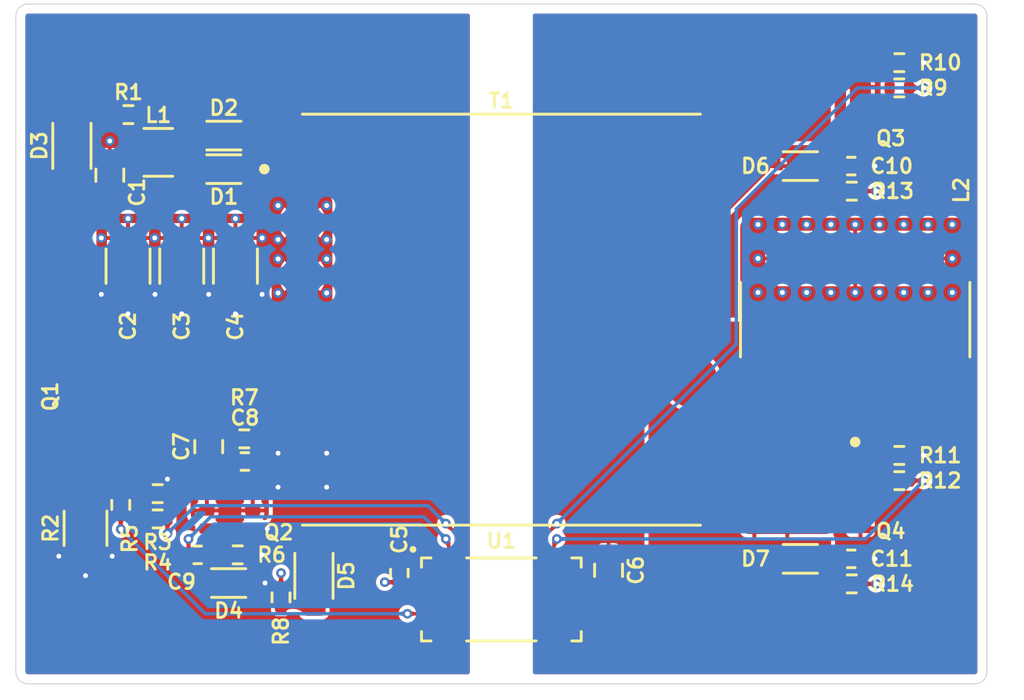
<source format=kicad_pcb>
(kicad_pcb (version 20241229) (generator "pcbnew") (generator_version "9.0")
  (layers (0 "F.Cu" signal) (4 "In1.Cu" power) (6 "In2.Cu" power) (2 "B.Cu" signal) (13 "F.Paste" user) (15 "B.Paste" user) (5 "F.SilkS" user "F.Silkscreen") (7 "B.SilkS" user "B.Silkscreen") (1 "F.Mask" user) (3 "B.Mask" user) (25 "Edge.Cuts" user))
  (net 0 "")
  (net 1 "Net-(Q4-D)")
  (net 2 "Net-(D1-Pad1)")
  (net 5 "/VIN")
  (net 7 "Net-(D1-Pad2)")
  (net 16 "/VERG2")
  (net 21 "/VREG1")
  (net 23 "GNDA")
  (net 24 "GND")
  (net 25 "Net-(D3-Pad1)")
  (net 26 "Net-(Q1-D)")
  (net 27 "Net-(Q1-S-Pad1)")
  (net 28 "/CS")
  (net 29 "/N_GATE")
  (net 30 "Net-(C7-Pad2)")
  (net 31 "Net-(C8-Pad1)")
  (net 32 "/P_GATE")
  (net 33 "Net-(D5-Pad1)")
  (net 34 "Net-(Q3-D)")
  (net 35 "/VOUT")
  (net 36 "/SR1")
  (net 37 "/SR2")
  (net 38 "Net-(C10-Pad1)")
  (net 39 "Net-(C11-Pad1)")
  (net 40 "/P_GATE_G")
  (net 41 "/N_GATE_G")
  (net 42 "/SR1_G")
  (net 43 "/SR2_G")
  (footprint "capacitor_footprints:C_1206_3216Metric" (layer "F.Cu") (at 135.67918 86.10219 -90)
    (property "Reference" "C3" (at 2.3 0 90) (layer "F.SilkS") (effects (font (size 0.762 0.762) (thickness 0.1524)) (justify right)))
    (property "Value" "2.2 µF")
    (fp_line (start 0.9 1.15) (end -0.9 1.15) (stroke (width 0.1524)) (layer "F.SilkS"))
    (fp_line (start 0.9 -1.15) (end -0.9 -1.15) (stroke (width 0.1524)) (layer "F.SilkS"))
    (pad "1" smd roundrect (at -1.475 0 270) (size 1.15 1.8) (layers "F.Cu" "F.Mask" "F.Paste") (net 5 "/VIN"))
    (pad "2" smd roundrect (at 1.475 0 270) (size 1.15 1.8) (layers "F.Cu" "F.Mask" "F.Paste") (net 24 "GND"))
  )
  (footprint "resistor_footprints:R_0402_1005Metric" (layer "F.Cu") (at 173.22038 75.45578)
    (property "Reference" "R10" (at 0.93 0 0) (layer "F.SilkS") (effects (font (size 0.762 0.762) (thickness 0.1524)) (justify left)))
    (property "Value" "10 kΩ")
    (fp_line (start 0.24 -0.47) (end -0.24 -0.47) (stroke (width 0.1524)) (layer "F.SilkS"))
    (fp_line (start 0.24 0.47) (end -0.24 0.47) (stroke (width 0.1524)) (layer "F.SilkS"))
    (pad "1" smd roundrect (at -0.51 0) (size 0.54 0.64) (layers "F.Cu" "F.Mask" "F.Paste") (net 42 "/SR1_G"))
    (pad "2" smd roundrect (at 0.51 0) (size 0.54 0.64) (layers "F.Cu" "F.Mask" "F.Paste") (net 23 "GNDA"))
  )
  (footprint "diode_footprints:SOD323" (layer "F.Cu") (at 138.13378 102.67696 180)
    (property "Reference" "D4" (at 0 -1.004 0) (layer "F.SilkS") (effects (font (size 0.762 0.762) (thickness 0.1524)) (justify top)))
    (property "Value" "100 V")
    (fp_line (start 0.895 0.75) (end -0.895 0.75) (stroke (width 0.1524)) (layer "F.SilkS"))
    (fp_line (start 0.895 -0.75) (end -0.895 -0.75) (stroke (width 0.1524)) (layer "F.SilkS"))
    (pad "1" smd roundrect (at -1.14 0 180) (size 0.49 0.45) (layers "F.Cu" "F.Mask" "F.Paste") (net 24 "GND"))
    (pad "2" smd roundrect (at 1.14 0 180) (size 0.49 0.45) (layers "F.Cu" "F.Mask" "F.Paste") (net 40 "/P_GATE_G"))
  )
  (footprint "analog_devices_footprints:CC-24-6_ADI" (layer "F.Cu") (at 152.4 103.53548)
    (property "Reference" "U1" (at 0 -2.6162 0) (layer "F.SilkS") (effects (font (size 0.762 0.762) (thickness 0.1524) (bold yes)) (justify bottom)))
    (property "Value" "ADP1074ACCZ-R7")
    (fp_line (start -4.1783 -2.1717) (end -4.1783 -1.68434) (stroke (width 0.1524)) (layer "F.SilkS"))
    (fp_line (start -4.1783 1.68434) (end -4.1783 2.1717) (stroke (width 0.1524)) (layer "F.SilkS"))
    (fp_line (start -4.1783 2.1717) (end -3.684341 2.1717) (stroke (width 0.1524)) (layer "F.SilkS"))
    (fp_line (start -3.684341 -2.1717) (end -4.1783 -2.1717) (stroke (width 0.1524)) (layer "F.SilkS"))
    (fp_line (start -1.815661 2.1717) (end 1.815661 2.1717) (stroke (width 0.1524)) (layer "F.SilkS"))
    (fp_line (start 1.815661 -2.1717) (end -1.815661 -2.1717) (stroke (width 0.1524)) (layer "F.SilkS"))
    (fp_line (start 3.684341 2.1717) (end 4.1783 2.1717) (stroke (width 0.1524)) (layer "F.SilkS"))
    (fp_line (start 4.1783 -2.1717) (end 3.684341 -2.1717) (stroke (width 0.1524)) (layer "F.SilkS"))
    (fp_line (start 4.1783 -1.68434) (end 4.1783 -2.1717) (stroke (width 0.1524)) (layer "F.SilkS"))
    (fp_line (start 4.1783 2.1717) (end 4.1783 1.68434) (stroke (width 0.1524)) (layer "F.SilkS"))
    (fp_circle (center -4.6228 -2.6162) (end -4.4958 -2.6162) (stroke (width 0.1)) (fill yes) (layer "F.SilkS"))
    (pad "1" smd roundrect (at -2.250001 -2.0193) (size 0.2032 0.6604) (layers "F.Cu" "F.Mask" "F.Paste") (net 29 "/N_GATE"))
    (pad "2" smd roundrect (at -2.75 -2.0193) (size 0.2032 0.6604) (layers "F.Cu" "F.Mask" "F.Paste") (net 32 "/P_GATE"))
    (pad "3" smd roundrect (at -3.250001 -2.0193) (size 0.2032 0.6604) (layers "F.Cu" "F.Mask" "F.Paste") (net 24 "GND"))
    (pad "4" smd roundrect (at -4.0259 -1.25 90) (size 0.2032 0.6604) (layers "F.Cu" "F.Mask" "F.Paste") (net 24 "GND"))
    (pad "5" smd roundrect (at -4.0259 -0.750001 90) (size 0.2032 0.6604) (layers "F.Cu" "F.Mask" "F.Paste") (net 21 "/VREG1"))
    (pad "6" smd roundrect (at -4.0259 -0.25 90) (size 0.2032 0.6604) (layers "F.Cu" "F.Mask" "F.Paste"))
    (pad "7" smd roundrect (at -4.0259 0.25 90) (size 0.2032 0.6604) (layers "F.Cu" "F.Mask" "F.Paste"))
    (pad "8" smd roundrect (at -4.0259 0.750001 90) (size 0.2032 0.6604) (layers "F.Cu" "F.Mask" "F.Paste") (net 28 "/CS"))
    (pad "9" smd roundrect (at -4.0259 1.25 90) (size 0.2032 0.6604) (layers "F.Cu" "F.Mask" "F.Paste"))
    (pad "10" smd roundrect (at -3.250001 2.0193) (size 0.2032 0.6604) (layers "F.Cu" "F.Mask" "F.Paste"))
    (pad "11" smd roundrect (at -2.75 2.0193) (size 0.2032 0.6604) (layers "F.Cu" "F.Mask" "F.Paste"))
    (pad "12" smd roundrect (at -2.250001 2.0193) (size 0.2032 0.6604) (layers "F.Cu" "F.Mask" "F.Paste"))
    (pad "13" smd roundrect (at 2.250001 2.0193) (size 0.2032 0.6604) (layers "F.Cu" "F.Mask" "F.Paste"))
    (pad "14" smd roundrect (at 2.75 2.0193) (size 0.2032 0.6604) (layers "F.Cu" "F.Mask" "F.Paste"))
    (pad "15" smd roundrect (at 3.250001 2.0193) (size 0.2032 0.6604) (layers "F.Cu" "F.Mask" "F.Paste"))
    (pad "16" smd roundrect (at 4.0259 1.25 90) (size 0.2032 0.6604) (layers "F.Cu" "F.Mask" "F.Paste"))
    (pad "17" smd roundrect (at 4.0259 0.750001 90) (size 0.2032 0.6604) (layers "F.Cu" "F.Mask" "F.Paste"))
    (pad "18" smd roundrect (at 4.0259 0.25 90) (size 0.2032 0.6604) (layers "F.Cu" "F.Mask" "F.Paste"))
    (pad "19" smd roundrect (at 4.0259 -0.25 90) (size 0.2032 0.6604) (layers "F.Cu" "F.Mask" "F.Paste"))
    (pad "20" smd roundrect (at 4.0259 -0.750001 90) (size 0.2032 0.6604) (layers "F.Cu" "F.Mask" "F.Paste") (net 16 "/VERG2"))
    (pad "21" smd roundrect (at 4.0259 -1.25 90) (size 0.2032 0.6604) (layers "F.Cu" "F.Mask" "F.Paste") (net 23 "GNDA"))
    (pad "22" smd roundrect (at 3.250001 -2.0193) (size 0.2032 0.6604) (layers "F.Cu" "F.Mask" "F.Paste") (net 23 "GNDA"))
    (pad "23" smd roundrect (at 2.75 -2.0193) (size 0.2032 0.6604) (layers "F.Cu" "F.Mask" "F.Paste") (net 37 "/SR2"))
    (pad "24" smd roundrect (at 2.250001 -2.0193) (size 0.2032 0.6604) (layers "F.Cu" "F.Mask" "F.Paste") (net 36 "/SR1"))
    (pad "25" smd roundrect (at -2.825001 0) (size 1.143 2.794) (layers "F.Cu" "F.Mask" "F.Paste") (roundrect_rratio 0.2) (chamfer_ratio 0.2) (chamfer top_left) (net 24 "GND"))
    (pad "26" smd roundrect (at 2.824988 0) (size 1.143 2.794) (layers "F.Cu" "F.Mask" "F.Paste") (roundrect_rratio 0.2) (net 23 "GNDA"))
  )
  (footprint "capacitor_footprints:C_0402_1005Metric" (layer "F.Cu") (at 170.7033 80.86592)
    (property "Reference" "C10" (at 0.91 0 0) (layer "F.SilkS") (effects (font (size 0.762 0.762) (thickness 0.1524)) (justify left)))
    (property "Value" "10 nF")
    (fp_line (start 0.2 -0.46) (end -0.2 -0.46) (stroke (width 0.1524)) (layer "F.SilkS"))
    (fp_line (start 0.2 0.46) (end -0.2 0.46) (stroke (width 0.1524)) (layer "F.SilkS"))
    (pad "1" smd roundrect (at -0.48 0) (size 0.56 0.62) (layers "F.Cu" "F.Mask" "F.Paste") (net 38 "Net-(C10-Pad1)"))
    (pad "2" smd roundrect (at 0.48 0) (size 0.56 0.62) (layers "F.Cu" "F.Mask" "F.Paste") (net 23 "GNDA"))
  )
  (footprint "capacitor_footprints:C_0402_1005Metric" (layer "F.Cu") (at 136.51378 101.20376)
    (property "Reference" "C9" (at 0 0.968 0) (layer "F.SilkS") (effects (font (size 0.762 0.762) (thickness 0.1524)) (justify right top)))
    (property "Value" "100 nF")
    (fp_line (start 0.2 -0.46) (end -0.2 -0.46) (stroke (width 0.1524)) (layer "F.SilkS"))
    (fp_line (start 0.2 0.46) (end -0.2 0.46) (stroke (width 0.1524)) (layer "F.SilkS"))
    (pad "1" smd roundrect (at -0.48 0) (size 0.56 0.62) (layers "F.Cu" "F.Mask" "F.Paste") (net 32 "/P_GATE"))
    (pad "2" smd roundrect (at 0.48 0) (size 0.56 0.62) (layers "F.Cu" "F.Mask" "F.Paste") (net 40 "/P_GATE_G"))
  )
  (footprint "resistor_footprints:R_0402_1005Metric" (layer "F.Cu") (at 173.22038 76.77658 180)
    (property "Reference" "R9" (at -0.93 0 0) (layer "F.SilkS") (effects (font (size 0.762 0.762) (thickness 0.1524)) (justify left)))
    (property "Value" "0 Ω")
    (fp_line (start 0.24 0.47) (end -0.24 0.47) (stroke (width 0.1524)) (layer "F.SilkS"))
    (fp_line (start 0.24 -0.47) (end -0.24 -0.47) (stroke (width 0.1524)) (layer "F.SilkS"))
    (pad "1" smd roundrect (at -0.51 0 180) (size 0.54 0.64) (layers "F.Cu" "F.Mask" "F.Paste") (net 36 "/SR1"))
    (pad "2" smd roundrect (at 0.51 0 180) (size 0.54 0.64) (layers "F.Cu" "F.Mask" "F.Paste") (net 42 "/SR1_G"))
  )
  (footprint "resistor_footprints:R_0402_1005Metric" (layer "F.Cu") (at 134.42008 99.32416 180)
    (property "Reference" "R4" (at 0 -2.286 0) (layer "F.SilkS") (effects (font (size 0.762 0.762) (thickness 0.1524))))
    (property "Value" "0 Ω")
    (fp_line (start 0.24 0.47) (end -0.24 0.47) (stroke (width 0.1524)) (layer "F.SilkS"))
    (fp_line (start 0.24 -0.47) (end -0.24 -0.47) (stroke (width 0.1524)) (layer "F.SilkS"))
    (pad "1" smd roundrect (at -0.51 0 180) (size 0.54 0.64) (layers "F.Cu" "F.Mask" "F.Paste") (net 29 "/N_GATE"))
    (pad "2" smd roundrect (at 0.51 0 180) (size 0.54 0.64) (layers "F.Cu" "F.Mask" "F.Paste") (net 41 "/N_GATE_G"))
  )
  (footprint "resistor_footprints:R_0402_1005Metric" (layer "F.Cu") (at 173.21838 97.32264)
    (property "Reference" "R12" (at 0.93 0 0) (layer "F.SilkS") (effects (font (size 0.762 0.762) (thickness 0.1524)) (justify left)))
    (property "Value" "0 Ω")
    (fp_line (start 0.24 -0.47) (end -0.24 -0.47) (stroke (width 0.1524)) (layer "F.SilkS"))
    (fp_line (start 0.24 0.47) (end -0.24 0.47) (stroke (width 0.1524)) (layer "F.SilkS"))
    (pad "1" smd roundrect (at -0.51 0) (size 0.54 0.64) (layers "F.Cu" "F.Mask" "F.Paste") (net 43 "/SR2_G"))
    (pad "2" smd roundrect (at 0.51 0) (size 0.54 0.64) (layers "F.Cu" "F.Mask" "F.Paste") (net 37 "/SR2"))
  )
  (footprint "capacitor_footprints:C_0603_1608Metric" (layer "F.Cu") (at 158.00802 102.010479 90)
    (property "Reference" "C6" (at 0 0.984 90) (layer "F.SilkS") (effects (font (size 0.762 0.762) (thickness 0.1524)) (justify top)))
    (property "Value" "2.2 µF")
    (fp_line (start 0.325 -0.73) (end -0.325 -0.73) (stroke (width 0.1524)) (layer "F.SilkS"))
    (fp_line (start 0.325 0.73) (end -0.325 0.73) (stroke (width 0.1524)) (layer "F.SilkS"))
    (pad "1" smd roundrect (at -0.775 0 90) (size 0.9 0.95) (layers "F.Cu" "F.Mask" "F.Paste") (net 16 "/VERG2"))
    (pad "2" smd roundrect (at 0.775 0 90) (size 0.9 0.95) (layers "F.Cu" "F.Mask" "F.Paste") (net 23 "GNDA"))
  )
  (footprint "resistor_footprints:R_1206_3216Metric" (layer "F.Cu") (at 130.64508 99.81306 -90)
    (property "Reference" "R2" (at 0 1.374 90) (layer "F.SilkS") (effects (font (size 0.762 0.762) (thickness 0.1524)) (justify bottom)))
    (property "Value" "0.008 Ω")
    (fp_line (start 0.8995 1.12) (end -0.8995 1.12) (stroke (width 0.1524)) (layer "F.SilkS"))
    (fp_line (start 0.8995 -1.12) (end -0.8995 -1.12) (stroke (width 0.1524)) (layer "F.SilkS"))
    (pad "1" smd roundrect (at -1.462 0 270) (size 1.125 1.75) (layers "F.Cu" "F.Mask" "F.Paste") (net 27 "Net-(Q1-S-Pad1)"))
    (pad "2" smd roundrect (at 1.462 0 270) (size 1.125 1.75) (layers "F.Cu" "F.Mask" "F.Paste") (net 24 "GND"))
  )
  (footprint "capacitor_footprints:C_0603_1608Metric" (layer "F.Cu") (at 137.09142 95.54464 -90)
    (property "Reference" "C7" (at 0 0.984 90) (layer "F.SilkS") (effects (font (size 0.762 0.762) (thickness 0.1524)) (justify bottom)))
    (property "Value" "220 nF")
    (fp_line (start 0.325 0.73) (end -0.325 0.73) (stroke (width 0.1524)) (layer "F.SilkS"))
    (fp_line (start 0.325 -0.73) (end -0.325 -0.73) (stroke (width 0.1524)) (layer "F.SilkS"))
    (pad "1" smd roundrect (at -0.775 0 270) (size 0.9 0.95) (layers "F.Cu" "F.Mask" "F.Paste") (net 26 "Net-(Q1-D)"))
    (pad "2" smd roundrect (at 0.775 0 270) (size 0.9 0.95) (layers "F.Cu" "F.Mask" "F.Paste") (net 30 "Net-(C7-Pad2)"))
  )
  (footprint "diode_footprints:SOD323" (layer "F.Cu") (at 168.03902 101.41204 180)
    (property "Reference" "D7" (at 1.5 0 0) (layer "F.SilkS") (effects (font (size 0.762 0.762) (thickness 0.1524)) (justify right)))
    (property "Value" "100 V")
    (fp_line (start 0.895 0.75) (end -0.895 0.75) (stroke (width 0.1524)) (layer "F.SilkS"))
    (fp_line (start 0.895 -0.75) (end -0.895 -0.75) (stroke (width 0.1524)) (layer "F.SilkS"))
    (pad "1" smd roundrect (at -1.14 0 180) (size 0.49 0.45) (layers "F.Cu" "F.Mask" "F.Paste") (net 39 "Net-(C11-Pad1)"))
    (pad "2" smd roundrect (at 1.14 0 180) (size 0.49 0.45) (layers "F.Cu" "F.Mask" "F.Paste") (net 1 "Net-(Q4-D)"))
  )
  (footprint "diode_footprints:SOD_123" (layer "F.Cu") (at 142.5956 102.30326 90)
    (property "Reference" "D5" (at 0 1.254 90) (layer "F.SilkS") (effects (font (size 0.762 0.762) (thickness 0.1524)) (justify top)))
    (property "Value" "11.0 V")
    (fp_line (start 1.18 -1) (end -1.18 -1) (stroke (width 0.1524)) (layer "F.SilkS"))
    (fp_line (start 1.18 1) (end -1.18 1) (stroke (width 0.1524)) (layer "F.SilkS"))
    (pad "1" smd roundrect (at -1.635 0 90) (size 0.91 1.22) (layers "F.Cu" "F.Mask" "F.Paste") (net 33 "Net-(D5-Pad1)"))
    (pad "2" smd roundrect (at 1.635 0 90) (size 0.91 1.22) (layers "F.Cu" "F.Mask" "F.Paste") (net 24 "GND"))
  )
  (footprint "resistor_footprints:R_0402_1005Metric" (layer "F.Cu") (at 170.7333 82.17662 180)
    (property "Reference" "R13" (at -0.93 0 0) (layer "F.SilkS") (effects (font (size 0.762 0.762) (thickness 0.1524)) (justify left)))
    (property "Value" "10 kΩ")
    (fp_line (start 0.24 0.47) (end -0.24 0.47) (stroke (width 0.1524)) (layer "F.SilkS"))
    (fp_line (start 0.24 -0.47) (end -0.24 -0.47) (stroke (width 0.1524)) (layer "F.SilkS"))
    (pad "1" smd roundrect (at -0.51 0 180) (size 0.54 0.64) (layers "F.Cu" "F.Mask" "F.Paste") (net 35 "/VOUT"))
    (pad "2" smd roundrect (at 0.51 0 180) (size 0.54 0.64) (layers "F.Cu" "F.Mask" "F.Paste") (net 38 "Net-(C10-Pad1)"))
  )
  (footprint "capacitor_footprints:C_0402_1005Metric" (layer "F.Cu") (at 170.7033 101.41204)
    (property "Reference" "C11" (at 0.91 0 0) (layer "F.SilkS") (effects (font (size 0.762 0.762) (thickness 0.1524)) (justify left)))
    (property "Value" "10 nF")
    (fp_line (start 0.2 -0.46) (end -0.2 -0.46) (stroke (width 0.1524)) (layer "F.SilkS"))
    (fp_line (start 0.2 0.46) (end -0.2 0.46) (stroke (width 0.1524)) (layer "F.SilkS"))
    (pad "1" smd roundrect (at -0.48 0) (size 0.56 0.62) (layers "F.Cu" "F.Mask" "F.Paste") (net 39 "Net-(C11-Pad1)"))
    (pad "2" smd roundrect (at 0.48 0) (size 0.56 0.62) (layers "F.Cu" "F.Mask" "F.Paste") (net 23 "GNDA"))
  )
  (footprint "resistor_footprints:R_0402_1005Metric" (layer "F.Cu") (at 140.87222 103.42826 -90)
    (property "Reference" "R8" (at 0.93 0 90) (layer "F.SilkS") (effects (font (size 0.762 0.762) (thickness 0.1524)) (justify right)))
    (property "Value" "10 kΩ")
    (fp_line (start 0.24 0.47) (end -0.24 0.47) (stroke (width 0.1524)) (layer "F.SilkS"))
    (fp_line (start 0.24 -0.47) (end -0.24 -0.47) (stroke (width 0.1524)) (layer "F.SilkS"))
    (pad "1" smd roundrect (at -0.51 0 270) (size 0.54 0.64) (layers "F.Cu" "F.Mask" "F.Paste") (net 5 "/VIN"))
    (pad "2" smd roundrect (at 0.51 0 270) (size 0.54 0.64) (layers "F.Cu" "F.Mask" "F.Paste") (net 33 "Net-(D5-Pad1)"))
  )
  (footprint "capacitor_footprints:C_0402_1005Metric" (layer "F.Cu") (at 138.9843 96.31964 180)
    (property "Reference" "C8" (at 0 2.286 0) (layer "F.SilkS") (effects (font (size 0.762 0.762) (thickness 0.1524))))
    (property "Value" "100 nF")
    (fp_line (start 0.2 0.46) (end -0.2 0.46) (stroke (width 0.1524)) (layer "F.SilkS"))
    (fp_line (start 0.2 -0.46) (end -0.2 -0.46) (stroke (width 0.1524)) (layer "F.SilkS"))
    (pad "1" smd roundrect (at -0.48 0 180) (size 0.56 0.62) (layers "F.Cu" "F.Mask" "F.Paste") (net 31 "Net-(C8-Pad1)"))
    (pad "2" smd roundrect (at 0.48 0 180) (size 0.56 0.62) (layers "F.Cu" "F.Mask" "F.Paste") (net 30 "Net-(C7-Pad2)"))
  )
  (footprint "capacitor_footprints:C_1206_3216Metric" (layer "F.Cu") (at 138.48842 86.10219 -90)
    (property "Reference" "C4" (at 2.3 0 90) (layer "F.SilkS") (effects (font (size 0.762 0.762) (thickness 0.1524)) (justify right)))
    (property "Value" "2.2 µF")
    (fp_line (start 0.9 1.15) (end -0.9 1.15) (stroke (width 0.1524)) (layer "F.SilkS"))
    (fp_line (start 0.9 -1.15) (end -0.9 -1.15) (stroke (width 0.1524)) (layer "F.SilkS"))
    (pad "1" smd roundrect (at -1.475 0 270) (size 1.15 1.8) (layers "F.Cu" "F.Mask" "F.Paste") (net 5 "/VIN"))
    (pad "2" smd roundrect (at 1.475 0 270) (size 1.15 1.8) (layers "F.Cu" "F.Mask" "F.Paste") (net 24 "GND"))
  )
  (footprint "transistor_footprints:TDSON-8 FL" (layer "F.Cu") (at 168.4083 97.90782 180)
    (property "Reference" "Q4" (at -3.5 -2.5 0) (layer "F.SilkS") (effects (font (size 0.762 0.762) (thickness 0.1524)) (justify left bottom)))
    (property "Value" "40 V")
    (pad "1" smd roundrect (at -2.775 -1.905 180) (size 1.1 0.5) (layers "F.Cu" "F.Mask" "F.Paste") (net 23 "GNDA"))
    (pad "1" smd roundrect (at -2.775 -0.635 180) (size 1.1 3.04) (layers "F.Cu" "F.Mask" "F.Paste") (roundrect_rratio 0.05) (net 23 "GNDA"))
    (pad "2" smd roundrect (at -2.775 -0.635 180) (size 1.1 0.5) (layers "F.Cu" "F.Mask" "F.Paste") (net 23 "GNDA"))
    (pad "3" smd roundrect (at -2.775 0.635 180) (size 1.1 0.5) (layers "F.Cu" "F.Mask" "F.Paste") (net 23 "GNDA"))
    (pad "4" smd roundrect (at -2.775 1.905 180) (size 1.1 0.5) (layers "F.Cu" "F.Mask" "F.Paste") (net 43 "/SR2_G"))
    (pad "5" smd roundrect (at 1.05 0 180) (size 4.55 4.41) (layers "F.Cu" "F.Mask" "F.Paste") (roundrect_rratio 0.05) (net 1 "Net-(Q4-D)"))
    (pad "5" smd roundrect (at 2.775 -1.905 180) (size 1.1 0.5) (layers "F.Cu" "F.Mask" "F.Paste") (net 1 "Net-(Q4-D)"))
    (pad "5" smd roundrect (at 2.775 -0.635 180) (size 1.1 0.5) (layers "F.Cu" "F.Mask" "F.Paste") (net 1 "Net-(Q4-D)"))
    (pad "5" smd roundrect (at 2.775 0.635 180) (size 1.1 0.5) (layers "F.Cu" "F.Mask" "F.Paste") (net 1 "Net-(Q4-D)"))
    (pad "5" smd roundrect (at 2.775 1.905 180) (size 1.1 0.5) (layers "F.Cu" "F.Mask" "F.Paste") (net 1 "Net-(Q4-D)"))
  )
  (footprint "transformer_footprints:PL160X9-102L" (layer "F.Cu") (at 152.40108 88.9)
    (property "Reference" "T1" (at 0 -11.004 0) (layer "F.SilkS") (effects (font (size 0.762 0.762) (thickness 0.1524)) (justify bottom)))
    (property "Value" "PL160X9-102L-BLD")
    (fp_line (start 10.41 -10.75) (end -10.41 -10.75) (stroke (width 0.1524)) (layer "F.SilkS"))
    (fp_line (start 10.41 10.75) (end -10.41 10.75) (stroke (width 0.1524)) (layer "F.SilkS"))
    (fp_circle (center -12.4 -7.875) (end -12.6 -7.875) (stroke (width 0.1524)) (fill yes) (layer "F.SilkS"))
    (pad "1" smd circle (at -10.41 -7.875) (size 2.03 2.03) (layers "F.Cu" "F.Mask" "F.Paste") (net 7 "Net-(D1-Pad2)"))
    (pad "2" smd circle (at -10.41 -5.08) (size 2.03 2.03) (layers "F.Cu" "F.Mask" "F.Paste") (net 5 "/VIN"))
    (pad "3" smd circle (at -10.41 -2.285) (size 2.03 2.03) (layers "F.Cu" "F.Mask" "F.Paste") (net 5 "/VIN"))
    (pad "4" smd circle (at -10.41 2.285) (size 2.03 2.03) (layers "F.Cu" "F.Mask" "F.Paste") (net 26 "Net-(Q1-D)"))
    (pad "5" smd circle (at -10.41 5.08) (size 2.03 2.03) (layers "F.Cu" "F.Mask" "F.Paste") (net 26 "Net-(Q1-D)"))
    (pad "6" smd circle (at -10.41 7.875) (size 2.03 2.03) (layers "F.Cu" "F.Mask" "F.Paste") (net 24 "GND"))
    (pad "7" smd circle (at 9.91 6.35) (size 2.79 2.79) (layers "F.Cu" "F.Mask" "F.Paste") (net 1 "Net-(Q4-D)"))
    (pad "8" smd circle (at 9.91 3.175) (size 2.79 2.79) (layers "F.Cu" "F.Mask" "F.Paste"))
    (pad "9" smd circle (at 9.91 0) (size 2.79 2.79) (layers "F.Cu" "F.Mask" "F.Paste"))
    (pad "10" smd circle (at 9.91 -3.175) (size 2.79 2.79) (layers "F.Cu" "F.Mask" "F.Paste"))
    (pad "11" smd circle (at 9.91 -6.35) (size 2.79 2.79) (layers "F.Cu" "F.Mask" "F.Paste") (net 34 "Net-(Q3-D)"))
  )
  (footprint "inductor_footprints:CB2518T" (layer "F.Cu") (at 134.45236 80.14793 180)
    (property "Reference" "L1" (at 0 1.504 0) (layer "F.SilkS") (effects (font (size 0.762 0.762) (thickness 0.1524)) (justify bottom)))
    (property "Value" "1000.0 µH")
    (fp_line (start 0.75 1.25) (end -0.75 1.25) (stroke (width 0.1524)) (layer "F.SilkS"))
    (fp_line (start 0.75 -1.25) (end -0.75 -1.25) (stroke (width 0.1524)) (layer "F.SilkS"))
    (pad "1" smd roundrect (at -1.05 0 180) (size 0.6 2) (layers "F.Cu" "F.Mask" "F.Paste") (net 2 "Net-(D1-Pad1)"))
    (pad "2" smd roundrect (at 1.05 0 180) (size 0.6 2) (layers "F.Cu" "F.Mask" "F.Paste") (net 21 "/VREG1"))
  )
  (footprint "transistor_footprints:SOT-26" (layer "F.Cu") (at 138.19378 98.87966)
    (property "Reference" "Q2" (at 1.7 1.6 0) (layer "F.SilkS") (effects (font (size 0.762 0.762) (thickness 0.1524)) (justify left bottom)))
    (property "Value" "-60 V")
    (pad "1" smd roundrect (at -1.2 -0.95) (size 0.8 0.55) (layers "F.Cu" "F.Mask" "F.Paste") (net 30 "Net-(C7-Pad2)"))
    (pad "2" smd roundrect (at -1.2 0) (size 0.8 0.55) (layers "F.Cu" "F.Mask" "F.Paste") (net 30 "Net-(C7-Pad2)"))
    (pad "3" smd roundrect (at -1.2 0.95) (size 0.8 0.55) (layers "F.Cu" "F.Mask" "F.Paste") (net 40 "/P_GATE_G"))
    (pad "4" smd roundrect (at 1.2 0.95) (size 0.8 0.55) (layers "F.Cu" "F.Mask" "F.Paste") (net 24 "GND"))
    (pad "5" smd roundrect (at 1.2 0) (size 0.8 0.55) (layers "F.Cu" "F.Mask" "F.Paste") (net 30 "Net-(C7-Pad2)"))
    (pad "6" smd roundrect (at 1.2 -0.95) (size 0.8 0.55) (layers "F.Cu" "F.Mask" "F.Paste") (net 30 "Net-(C7-Pad2)"))
  )
  (footprint "resistor_footprints:R_0402_1005Metric" (layer "F.Cu") (at 132.89236 78.17358 180)
    (property "Reference" "R1" (at 0 0.724 0) (layer "F.SilkS") (effects (font (size 0.762 0.762) (thickness 0.1524)) (justify bottom)))
    (property "Value" "100 Ω")
    (fp_line (start 0.24 0.47) (end -0.24 0.47) (stroke (width 0.1524)) (layer "F.SilkS"))
    (fp_line (start 0.24 -0.47) (end -0.24 -0.47) (stroke (width 0.1524)) (layer "F.SilkS"))
    (pad "1" smd roundrect (at -0.51 0 180) (size 0.54 0.64) (layers "F.Cu" "F.Mask" "F.Paste") (net 21 "/VREG1"))
    (pad "2" smd roundrect (at 0.51 0 180) (size 0.54 0.64) (layers "F.Cu" "F.Mask" "F.Paste") (net 25 "Net-(D3-Pad1)"))
  )
  (footprint "diode_footprints:SOD_123" (layer "F.Cu") (at 129.9337 79.80858 -90)
    (property "Reference" "D3" (at 0 1.254 90) (layer "F.SilkS") (effects (font (size 0.762 0.762) (thickness 0.1524)) (justify bottom)))
    (property "Value" "11.0 V")
    (fp_line (start 1.18 1) (end -1.18 1) (stroke (width 0.1524)) (layer "F.SilkS"))
    (fp_line (start 1.18 -1) (end -1.18 -1) (stroke (width 0.1524)) (layer "F.SilkS"))
    (pad "1" smd roundrect (at -1.635 0 270) (size 0.91 1.22) (layers "F.Cu" "F.Mask" "F.Paste") (net 25 "Net-(D3-Pad1)"))
    (pad "2" smd roundrect (at 1.635 0 270) (size 0.91 1.22) (layers "F.Cu" "F.Mask" "F.Paste") (net 24 "GND"))
  )
  (footprint "resistor_footprints:R_0402_1005Metric" (layer "F.Cu") (at 138.9543 95.13594)
    (property "Reference" "R7" (at 0 -2.159 0) (layer "F.SilkS") (effects (font (size 0.762 0.762) (thickness 0.1524))))
    (property "Value" "1 kΩ")
    (fp_line (start 0.24 -0.47) (end -0.24 -0.47) (stroke (width 0.1524)) (layer "F.SilkS"))
    (fp_line (start 0.24 0.47) (end -0.24 0.47) (stroke (width 0.1524)) (layer "F.SilkS"))
    (pad "1" smd roundrect (at -0.51 0) (size 0.54 0.64) (layers "F.Cu" "F.Mask" "F.Paste") (net 26 "Net-(Q1-D)"))
    (pad "2" smd roundrect (at 0.51 0) (size 0.54 0.64) (layers "F.Cu" "F.Mask" "F.Paste") (net 31 "Net-(C8-Pad1)"))
  )
  (footprint "resistor_footprints:R_0402_1005Metric" (layer "F.Cu") (at 134.42008 98.00306)
    (property "Reference" "R3" (at 0 2.54 0) (layer "F.SilkS") (effects (font (size 0.762 0.762) (thickness 0.1524))))
    (property "Value" "10 kΩ")
    (fp_line (start 0.24 -0.47) (end -0.24 -0.47) (stroke (width 0.1524)) (layer "F.SilkS"))
    (fp_line (start 0.24 0.47) (end -0.24 0.47) (stroke (width 0.1524)) (layer "F.SilkS"))
    (pad "1" smd roundrect (at -0.51 0) (size 0.54 0.64) (layers "F.Cu" "F.Mask" "F.Paste") (net 41 "/N_GATE_G"))
    (pad "2" smd roundrect (at 0.51 0) (size 0.54 0.64) (layers "F.Cu" "F.Mask" "F.Paste") (net 24 "GND"))
  )
  (footprint "resistor_footprints:R_0402_1005Metric" (layer "F.Cu") (at 173.21838 96.00282 180)
    (property "Reference" "R11" (at -0.93 0 0) (layer "F.SilkS") (effects (font (size 0.762 0.762) (thickness 0.1524)) (justify left)))
    (property "Value" "10 kΩ")
    (fp_line (start 0.24 0.47) (end -0.24 0.47) (stroke (width 0.1524)) (layer "F.SilkS"))
    (fp_line (start 0.24 -0.47) (end -0.24 -0.47) (stroke (width 0.1524)) (layer "F.SilkS"))
    (pad "1" smd roundrect (at -0.51 0 180) (size 0.54 0.64) (layers "F.Cu" "F.Mask" "F.Paste") (net 23 "GNDA"))
    (pad "2" smd roundrect (at 0.51 0 180) (size 0.54 0.64) (layers "F.Cu" "F.Mask" "F.Paste") (net 43 "/SR2_G"))
  )
  (footprint "transistor_footprints:TDSON-8 FL" (layer "F.Cu") (at 168.4083 77.36078 180)
    (property "Reference" "Q3" (at -3.5 -2.5 0) (layer "F.SilkS") (effects (font (size 0.762 0.762) (thickness 0.1524)) (justify left bottom)))
    (property "Value" "40 V")
    (pad "1" smd roundrect (at -2.775 -1.905 180) (size 1.1 0.5) (layers "F.Cu" "F.Mask" "F.Paste") (net 23 "GNDA"))
    (pad "1" smd roundrect (at -2.775 -0.635 180) (size 1.1 3.04) (layers "F.Cu" "F.Mask" "F.Paste") (roundrect_rratio 0.05) (net 23 "GNDA"))
    (pad "2" smd roundrect (at -2.775 -0.635 180) (size 1.1 0.5) (layers "F.Cu" "F.Mask" "F.Paste") (net 23 "GNDA"))
    (pad "3" smd roundrect (at -2.775 0.635 180) (size 1.1 0.5) (layers "F.Cu" "F.Mask" "F.Paste") (net 23 "GNDA"))
    (pad "4" smd roundrect (at -2.775 1.905 180) (size 1.1 0.5) (layers "F.Cu" "F.Mask" "F.Paste") (net 42 "/SR1_G"))
    (pad "5" smd roundrect (at 1.05 0 180) (size 4.55 4.41) (layers "F.Cu" "F.Mask" "F.Paste") (roundrect_rratio 0.05) (net 34 "Net-(Q3-D)"))
    (pad "5" smd roundrect (at 2.775 -1.905 180) (size 1.1 0.5) (layers "F.Cu" "F.Mask" "F.Paste") (net 34 "Net-(Q3-D)"))
    (pad "5" smd roundrect (at 2.775 -0.635 180) (size 1.1 0.5) (layers "F.Cu" "F.Mask" "F.Paste") (net 34 "Net-(Q3-D)"))
    (pad "5" smd roundrect (at 2.775 0.635 180) (size 1.1 0.5) (layers "F.Cu" "F.Mask" "F.Paste") (net 34 "Net-(Q3-D)"))
    (pad "5" smd roundrect (at 2.775 1.905 180) (size 1.1 0.5) (layers "F.Cu" "F.Mask" "F.Paste") (net 34 "Net-(Q3-D)"))
  )
  (footprint "capacitor_footprints:C_0603_1608Metric" (layer "F.Cu") (at 131.91744 81.34393 90)
    (property "Reference" "C1" (at -1.734 0.984 90) (layer "F.SilkS") (effects (font (size 0.762 0.762) (thickness 0.1524)) (justify left top)))
    (property "Value" "2.2 µF")
    (fp_line (start 0.325 -0.73) (end -0.325 -0.73) (stroke (width 0.1524)) (layer "F.SilkS"))
    (fp_line (start 0.325 0.73) (end -0.325 0.73) (stroke (width 0.1524)) (layer "F.SilkS"))
    (pad "1" smd roundrect (at -0.775 0 90) (size 0.9 0.95) (layers "F.Cu" "F.Mask" "F.Paste") (net 24 "GND"))
    (pad "2" smd roundrect (at 0.775 0 90) (size 0.9 0.95) (layers "F.Cu" "F.Mask" "F.Paste") (net 21 "/VREG1"))
  )
  (footprint "capacitor_footprints:C_0402_1005Metric" (layer "F.Cu") (at 147.06346 102.153079 90)
    (property "Reference" "C5" (at 0.91 0 90) (layer "F.SilkS") (effects (font (size 0.762 0.762) (thickness 0.1524)) (justify left)))
    (property "Value" "100 nF")
    (fp_line (start 0.2 -0.46) (end -0.2 -0.46) (stroke (width 0.1524)) (layer "F.SilkS"))
    (fp_line (start 0.2 0.46) (end -0.2 0.46) (stroke (width 0.1524)) (layer "F.SilkS"))
    (pad "1" smd roundrect (at -0.48 0 90) (size 0.56 0.62) (layers "F.Cu" "F.Mask" "F.Paste") (net 21 "/VREG1"))
    (pad "2" smd roundrect (at 0.48 0 90) (size 0.56 0.62) (layers "F.Cu" "F.Mask" "F.Paste") (net 24 "GND"))
  )
  (footprint "resistor_footprints:R_0402_1005Metric" (layer "F.Cu") (at 138.6078 101.20376)
    (property "Reference" "R6" (at 0.93 0 0) (layer "F.SilkS") (effects (font (size 0.762 0.762) (thickness 0.1524)) (justify left)))
    (property "Value" "10 kΩ")
    (fp_line (start 0.24 -0.47) (end -0.24 -0.47) (stroke (width 0.1524)) (layer "F.SilkS"))
    (fp_line (start 0.24 0.47) (end -0.24 0.47) (stroke (width 0.1524)) (layer "F.SilkS"))
    (pad "1" smd roundrect (at -0.51 0) (size 0.54 0.64) (layers "F.Cu" "F.Mask" "F.Paste") (net 40 "/P_GATE_G"))
    (pad "2" smd roundrect (at 0.51 0) (size 0.54 0.64) (layers "F.Cu" "F.Mask" "F.Paste") (net 24 "GND"))
  )
  (footprint "transistor_footprints:PowerPAK SO-8 Single" (layer "F.Cu") (at 132.00508 93.78 90)
    (property "Reference" "Q1" (at 0 -3.2 90) (layer "F.SilkS") (effects (font (size 0.762 0.762) (thickness 0.1524)) (justify left)))
    (property "Value" "80 V")
    (pad "1" smd roundrect (at -2.67 -1.905 90) (size 1.27 0.66) (layers "F.Cu" "F.Mask" "F.Paste") (net 27 "Net-(Q1-S-Pad1)"))
    (pad "2" smd roundrect (at -2.67 -0.635 90) (size 1.27 0.66) (layers "F.Cu" "F.Mask" "F.Paste") (net 27 "Net-(Q1-S-Pad1)"))
    (pad "3" smd roundrect (at -2.67 0.635 90) (size 1.27 0.66) (layers "F.Cu" "F.Mask" "F.Paste") (net 27 "Net-(Q1-S-Pad1)"))
    (pad "4" smd roundrect (at -2.67 1.905 90) (size 1.27 0.66) (layers "F.Cu" "F.Mask" "F.Paste") (net 41 "/N_GATE_G"))
    (pad "5" smd roundrect (at 0.69 0 90) (size 3.81 4.47) (layers "F.Cu" "F.Mask" "F.Paste") (roundrect_rratio 0.05) (net 26 "Net-(Q1-D)"))
    (pad "5" smd roundrect (at 2.67 -1.905 90) (size 1.27 0.66) (layers "F.Cu" "F.Mask" "F.Paste") (net 26 "Net-(Q1-D)"))
    (pad "5" smd roundrect (at 2.67 -0.635 90) (size 1.27 0.66) (layers "F.Cu" "F.Mask" "F.Paste") (net 26 "Net-(Q1-D)"))
    (pad "5" smd roundrect (at 2.67 0.635 90) (size 1.27 0.66) (layers "F.Cu" "F.Mask" "F.Paste") (net 26 "Net-(Q1-D)"))
    (pad "5" smd roundrect (at 2.67 1.905 90) (size 1.27 0.66) (layers "F.Cu" "F.Mask" "F.Paste") (net 26 "Net-(Q1-D)"))
  )
  (footprint "diode_footprints:SOD323" (layer "F.Cu") (at 168.03902 80.86592 180)
    (property "Reference" "D6" (at 1.5 0 0) (layer "F.SilkS") (effects (font (size 0.762 0.762) (thickness 0.1524)) (justify right)))
    (property "Value" "100 V")
    (fp_line (start 0.895 0.75) (end -0.895 0.75) (stroke (width 0.1524)) (layer "F.SilkS"))
    (fp_line (start 0.895 -0.75) (end -0.895 -0.75) (stroke (width 0.1524)) (layer "F.SilkS"))
    (pad "1" smd roundrect (at -1.14 0 180) (size 0.49 0.45) (layers "F.Cu" "F.Mask" "F.Paste") (net 38 "Net-(C10-Pad1)"))
    (pad "2" smd roundrect (at 1.14 0 180) (size 0.49 0.45) (layers "F.Cu" "F.Mask" "F.Paste") (net 34 "Net-(Q3-D)"))
  )
  (footprint "diode_footprints:SOD323" (layer "F.Cu") (at 137.8839 81.025)
    (property "Reference" "D1" (at 0 1.004 0) (layer "F.SilkS") (effects (font (size 0.762 0.762) (thickness 0.1524)) (justify top)))
    (property "Value" "100 V")
    (fp_line (start 0.895 -0.75) (end -0.895 -0.75) (stroke (width 0.1524)) (layer "F.SilkS"))
    (fp_line (start 0.895 0.75) (end -0.895 0.75) (stroke (width 0.1524)) (layer "F.SilkS"))
    (pad "1" smd roundrect (at -1.14 0) (size 0.49 0.45) (layers "F.Cu" "F.Mask" "F.Paste") (net 2 "Net-(D1-Pad1)"))
    (pad "2" smd roundrect (at 1.14 0) (size 0.49 0.45) (layers "F.Cu" "F.Mask" "F.Paste") (net 7 "Net-(D1-Pad2)"))
  )
  (footprint "capacitor_footprints:C_1206_3216Metric" (layer "F.Cu") (at 132.86994 86.10219 -90)
    (property "Reference" "C2" (at 2.3 0 90) (layer "F.SilkS") (effects (font (size 0.762 0.762) (thickness 0.1524)) (justify right)))
    (property "Value" "2.2 µF")
    (fp_line (start 0.9 1.15) (end -0.9 1.15) (stroke (width 0.1524)) (layer "F.SilkS"))
    (fp_line (start 0.9 -1.15) (end -0.9 -1.15) (stroke (width 0.1524)) (layer "F.SilkS"))
    (pad "1" smd roundrect (at -1.475 0 270) (size 1.15 1.8) (layers "F.Cu" "F.Mask" "F.Paste") (net 5 "/VIN"))
    (pad "2" smd roundrect (at 1.475 0 270) (size 1.15 1.8) (layers "F.Cu" "F.Mask" "F.Paste") (net 24 "GND"))
  )
  (footprint "resistor_footprints:R_0402_1005Metric" (layer "F.Cu") (at 170.7333 102.72268 180)
    (property "Reference" "R14" (at -0.93 0 0) (layer "F.SilkS") (effects (font (size 0.762 0.762) (thickness 0.1524)) (justify left)))
    (property "Value" "10 kΩ")
    (fp_line (start 0.24 0.47) (end -0.24 0.47) (stroke (width 0.1524)) (layer "F.SilkS"))
    (fp_line (start 0.24 -0.47) (end -0.24 -0.47) (stroke (width 0.1524)) (layer "F.SilkS"))
    (pad "1" smd roundrect (at -0.51 0 180) (size 0.54 0.64) (layers "F.Cu" "F.Mask" "F.Paste") (net 35 "/VOUT"))
    (pad "2" smd roundrect (at 0.51 0 180) (size 0.54 0.64) (layers "F.Cu" "F.Mask" "F.Paste") (net 39 "Net-(C11-Pad1)"))
  )
  (footprint "diode_footprints:SOD323" (layer "F.Cu") (at 137.8839 79.27086)
    (property "Reference" "D2" (at 0 -1.004 0) (layer "F.SilkS") (effects (font (size 0.762 0.762) (thickness 0.1524)) (justify bottom)))
    (property "Value" "100 V")
    (fp_line (start 0.895 -0.75) (end -0.895 -0.75) (stroke (width 0.1524)) (layer "F.SilkS"))
    (fp_line (start 0.895 0.75) (end -0.895 0.75) (stroke (width 0.1524)) (layer "F.SilkS"))
    (pad "1" smd roundrect (at -1.14 0) (size 0.49 0.45) (layers "F.Cu" "F.Mask" "F.Paste") (net 2 "Net-(D1-Pad1)"))
    (pad "2" smd roundrect (at 1.14 0) (size 0.49 0.45) (layers "F.Cu" "F.Mask" "F.Paste") (net 24 "GND"))
  )
  (footprint "resistor_footprints:R_0402_1005Metric" (layer "F.Cu") (at 132.48948 98.59006 90)
    (property "Reference" "R5" (at -0.93 0.47 90) (layer "F.SilkS") (effects (font (size 0.762 0.762) (thickness 0.1524)) (justify right)))
    (property "Value" "1.5 kΩ")
    (fp_line (start 0.24 -0.47) (end -0.24 -0.47) (stroke (width 0.1524)) (layer "F.SilkS"))
    (fp_line (start 0.24 0.47) (end -0.24 0.47) (stroke (width 0.1524)) (layer "F.SilkS"))
    (pad "1" smd roundrect (at -0.51 0 90) (size 0.54 0.64) (layers "F.Cu" "F.Mask" "F.Paste") (net 28 "/CS"))
    (pad "2" smd roundrect (at 0.51 0 90) (size 0.54 0.64) (layers "F.Cu" "F.Mask" "F.Paste") (net 27 "Net-(Q1-S-Pad1)"))
  )
  (footprint "inductor_footprints:74439369" (layer "F.Cu") (at 170.90888 88.9 90)
    (property "Reference" "L2" (at 6 6 90) (layer "F.SilkS") (effects (font (size 0.762 0.762) (thickness 0.1524)) (justify left bottom)))
    (property "Value" "2.2 µH")
    (fp_line (start 1.95 -6) (end -1.95 -6) (stroke (width 0.1524)) (layer "F.SilkS"))
    (fp_line (start 1.95 6) (end -1.95 6) (stroke (width 0.1524)) (layer "F.SilkS"))
    (fp_circle (center -6.4 0) (end -6.6 0) (stroke (width 0.1524)) (fill yes) (layer "F.SilkS"))
    (pad "1" smd roundrect (at -3.2 0 90) (size 2.5 9) (layers "F.Cu" "F.Mask" "F.Paste") (net 1 "Net-(Q4-D)"))
    (pad "2" smd roundrect (at 3.2 0 90) (size 2.5 9) (layers "F.Cu" "F.Mask" "F.Paste") (net 35 "/VOUT"))
  )
  (gr_line (start 177.165 107.95) (end 127.635 107.95) (stroke (width 0.05)) (layer "Edge.Cuts"))
  (gr_arc (start 127.635 107.95) (mid 127.185987 107.764013) (end 127 107.315) (stroke (width 0.05)) (layer "Edge.Cuts"))
  (gr_line (start 127 107.315) (end 127 73.025) (stroke (width 0.05)) (layer "Edge.Cuts"))
  (gr_line (start 177.8 73.025) (end 177.8 107.315) (stroke (width 0.05)) (layer "Edge.Cuts"))
  (gr_line (start 127.635 72.39) (end 177.165 72.39) (stroke (width 0.05)) (layer "Edge.Cuts"))
  (gr_arc (start 177.165 72.39) (mid 177.614013 72.575987) (end 177.8 73.025) (stroke (width 0.05)) (layer "Edge.Cuts"))
  (gr_arc (start 127 73.025) (mid 127.185987 72.575987) (end 127.635 72.39) (stroke (width 0.05)) (layer "Edge.Cuts"))
  (gr_arc (start 177.8 107.315) (mid 177.614013 107.764013) (end 177.165 107.95) (stroke (width 0.05)) (layer "Edge.Cuts"))
  (segment (start 140.87222 102.91826) (end 140.87222 102.15626) (width 0.1778) (layer "F.Cu") (net 5))
  (via (at 134.26694 84.62719) (size 0.508) (drill 0.254) (layers "F.Cu" "B.Cu") (net 5))
  (via (at 140.72108 82.931) (size 0.508) (drill 0.254) (layers "F.Cu" "B.Cu") (net 5))
  (via (at 131.47294 84.62719) (size 0.508) (drill 0.254) (layers "F.Cu" "B.Cu") (net 5))
  (via (at 138.48842 83.61119) (size 0.508) (drill 0.254) (layers "F.Cu" "B.Cu") (net 5))
  (via (at 140.72108 85.726) (size 0.508) (drill 0.254) (layers "F.Cu" "B.Cu") (net 5))
  (via (at 140.87222 102.15626) (size 0.508) (drill 0.254) (layers "F.Cu" "B.Cu") (net 5))
  (via (at 143.26108 82.931) (size 0.508) (drill 0.254) (layers "F.Cu" "B.Cu") (net 5))
  (via (at 143.26108 84.709) (size 0.508) (drill 0.254) (layers "F.Cu" "B.Cu") (net 5))
  (via (at 137.07618 84.62719) (size 0.508) (drill 0.254) (layers "F.Cu" "B.Cu") (net 5))
  (via (at 143.26108 87.504) (size 0.508) (drill 0.254) (layers "F.Cu" "B.Cu") (net 5))
  (via (at 140.72108 84.709) (size 0.508) (drill 0.254) (layers "F.Cu" "B.Cu") (net 5))
  (via (at 139.88542 84.62719) (size 0.508) (drill 0.254) (layers "F.Cu" "B.Cu") (net 5))
  (via (at 140.72108 87.504) (size 0.508) (drill 0.254) (layers "F.Cu" "B.Cu") (net 5))
  (via (at 135.67918 83.61119) (size 0.508) (drill 0.254) (layers "F.Cu" "B.Cu") (net 5))
  (via (at 143.26108 85.726) (size 0.508) (drill 0.254) (layers "F.Cu" "B.Cu") (net 5))
  (via (at 132.86994 83.61119) (size 0.508) (drill 0.254) (layers "F.Cu" "B.Cu") (net 5))
  (segment (start 141.99108 81.025) (end 139.0239 81.025) (width 0.1778) (layer "F.Cu") (net 7))
  (segment (start 156.4259 102.785479) (end 158.00802 102.785479) (width 0.1778) (layer "F.Cu") (net 16))
  (segment (start 148.3741 102.785479) (end 147.21586 102.785479) (width 0.1778) (layer "F.Cu") (net 21))
  (segment (start 147.21586 102.785479) (end 147.06346 102.633079) (width 0.1778) (layer "F.Cu") (net 21))
  (segment (start 147.06346 102.633079) (end 146.30146 102.633078) (width 0.1778) (layer "F.Cu") (net 21))
  (via (at 146.30146 102.633078) (size 0.508) (drill 0.254) (layers "F.Cu" "B.Cu") (net 21))
  (via (at 131.91744 79.55293) (size 0.508) (drill 0.254) (layers "F.Cu" "B.Cu") (net 21))
  (via (at 174.49238 75.45578) (size 0.508) (drill 0.254) (layers "F.Cu" "B.Cu") (net 23))
  (via (at 174.49038 96.00282) (size 0.508) (drill 0.254) (layers "F.Cu" "B.Cu") (net 23))
  (via (at 171.9453 101.41204) (size 0.508) (drill 0.254) (layers "F.Cu" "B.Cu") (net 23))
  (via (at 171.9453 80.86592) (size 0.508) (drill 0.254) (layers "F.Cu" "B.Cu") (net 23))
  (via (at 140.72108 95.886) (size 0.508) (drill 0.254) (layers "F.Cu" "B.Cu") (net 24))
  (via (at 143.26108 95.886) (size 0.508) (drill 0.254) (layers "F.Cu" "B.Cu") (net 24))
  (via (at 140.03578 102.67696) (size 0.508) (drill 0.254) (layers "F.Cu" "B.Cu") (net 24))
  (via (at 134.28218 87.57719) (size 0.508) (drill 0.254) (layers "F.Cu" "B.Cu") (net 24))
  (via (at 137.09142 87.57719) (size 0.508) (drill 0.254) (layers "F.Cu" "B.Cu") (net 24))
  (via (at 132.04208 101.27506) (size 0.508) (drill 0.254) (layers "F.Cu" "B.Cu") (net 24))
  (via (at 134.93008 97.24106) (size 0.508) (drill 0.254) (layers "F.Cu" "B.Cu") (net 24))
  (via (at 140.15578 99.82966) (size 0.508) (drill 0.254) (layers "F.Cu" "B.Cu") (net 24))
  (via (at 139.88542 87.57719) (size 0.508) (drill 0.254) (layers "F.Cu" "B.Cu") (net 24))
  (via (at 135.67918 88.59319) (size 0.508) (drill 0.254) (layers "F.Cu" "B.Cu") (net 24))
  (via (at 140.72108 97.664) (size 0.508) (drill 0.254) (layers "F.Cu" "B.Cu") (net 24))
  (via (at 129.24808 101.27506) (size 0.508) (drill 0.254) (layers "F.Cu" "B.Cu") (net 24))
  (via (at 139.8798 101.20376) (size 0.508) (drill 0.254) (layers "F.Cu" "B.Cu") (net 24))
  (via (at 143.26108 97.664) (size 0.508) (drill 0.254) (layers "F.Cu" "B.Cu") (net 24))
  (via (at 138.48842 88.59319) (size 0.508) (drill 0.254) (layers "F.Cu" "B.Cu") (net 24))
  (via (at 132.86994 88.59319) (size 0.508) (drill 0.254) (layers "F.Cu" "B.Cu") (net 24))
  (via (at 130.64508 102.29106) (size 0.508) (drill 0.254) (layers "F.Cu" "B.Cu") (net 24))
  (via (at 131.47294 87.57719) (size 0.508) (drill 0.254) (layers "F.Cu" "B.Cu") (net 24))
  (segment (start 129.9337 78.17358) (end 132.38236 78.17358) (width 0.1778) (layer "F.Cu") (net 25))
  (segment (start 132.48948 99.10006) (end 132.48948 99.86206) (width 0.1778) (layer "F.Cu") (net 28))
  (segment (start 148.3741 104.285481) (end 147.4851 104.285481) (width 0.1778) (layer "F.Cu") (net 28))
  (via (at 147.4851 104.285481) (size 0.508) (drill 0.254) (layers "F.Cu" "B.Cu") (net 28))
  (via (at 132.48948 99.86206) (size 0.508) (drill 0.254) (layers "F.Cu" "B.Cu") (net 28))
  (segment (start 147.4851 104.285481) (end 136.912901 104.285481) (width 0.1778) (layer "B.Cu") (net 28))
  (segment (start 136.912901 104.285481) (end 132.48948 99.86206) (width 0.1778) (layer "B.Cu") (net 28))
  (segment (start 134.93008 99.32416) (end 134.93008 100.08616) (width 0.1778) (layer "F.Cu") (net 29))
  (segment (start 150.149999 101.51618) (end 150.149999 100.22078) (width 0.1778) (layer "F.Cu") (net 29))
  (segment (start 150.149999 100.22078) (end 149.497219 99.568) (width 0.1778) (layer "F.Cu") (net 29))
  (via (at 149.497219 99.568) (size 0.508) (drill 0.254) (layers "F.Cu" "B.Cu") (net 29))
  (via (at 134.93008 100.08616) (size 0.508) (drill 0.254) (layers "F.Cu" "B.Cu") (net 29))
  (segment (start 136.38804 98.6282) (end 134.93008 100.08616) (width 0.1778) (layer "B.Cu") (net 29))
  (segment (start 148.557419 98.6282) (end 136.38804 98.6282) (width 0.1778) (layer "B.Cu") (net 29))
  (segment (start 149.497219 99.568) (end 148.557419 98.6282) (width 0.1778) (layer "B.Cu") (net 29))
  (segment (start 139.4643 95.13594) (end 139.4643 96.31964) (width 0.1778) (layer "F.Cu") (net 31))
  (segment (start 136.03378 101.20376) (end 136.03378 100.37218) (width 0.1778) (layer "F.Cu") (net 32))
  (segment (start 149.65 101.51618) (end 149.65 100.524581) (width 0.1778) (layer "F.Cu") (net 32))
  (segment (start 149.65 100.524581) (end 149.497599 100.37218) (width 0.1778) (layer "F.Cu") (net 32))
  (via (at 136.03378 100.37218) (size 0.508) (drill 0.254) (layers "F.Cu" "B.Cu") (net 32))
  (via (at 149.497599 100.37218) (size 0.508) (drill 0.254) (layers "F.Cu" "B.Cu") (net 32))
  (segment (start 149.497599 100.37218) (end 148.337819 99.2124) (width 0.1778) (layer "B.Cu") (net 32))
  (segment (start 148.337819 99.2124) (end 137.19356 99.2124) (width 0.1778) (layer "B.Cu") (net 32))
  (segment (start 137.19356 99.2124) (end 136.03378 100.37218) (width 0.1778) (layer "B.Cu") (net 32))
  (segment (start 142.5956 103.93826) (end 140.87222 103.93826) (width 0.1778) (layer "F.Cu") (net 33))
  (segment (start 171.2433 82.17662) (end 172.0053 82.17662) (width 0.1778) (layer "F.Cu") (net 35))
  (segment (start 171.2433 102.72268) (end 172.0053 102.72268) (width 0.1778) (layer "F.Cu") (net 35))
  (via (at 172.17888 87.4776) (size 0.508) (drill 0.254) (layers "F.Cu" "B.Cu") (net 35))
  (via (at 175.98888 85.6996) (size 0.508) (drill 0.254) (layers "F.Cu" "B.Cu") (net 35))
  (via (at 167.09888 83.922) (size 0.508) (drill 0.254) (layers "F.Cu" "B.Cu") (net 35))
  (via (at 172.17888 83.922) (size 0.508) (drill 0.254) (layers "F.Cu" "B.Cu") (net 35))
  (via (at 170.90888 87.4776) (size 0.508) (drill 0.254) (layers "F.Cu" "B.Cu") (net 35))
  (via (at 165.82888 83.922) (size 0.508) (drill 0.254) (layers "F.Cu" "B.Cu") (net 35))
  (via (at 167.09888 87.4776) (size 0.508) (drill 0.254) (layers "F.Cu" "B.Cu") (net 35))
  (via (at 165.82888 87.4776) (size 0.508) (drill 0.254) (layers "F.Cu" "B.Cu") (net 35))
  (via (at 170.90888 83.922) (size 0.508) (drill 0.254) (layers "F.Cu" "B.Cu") (net 35))
  (via (at 169.63888 87.4776) (size 0.508) (drill 0.254) (layers "F.Cu" "B.Cu") (net 35))
  (via (at 168.36888 83.922) (size 0.508) (drill 0.254) (layers "F.Cu" "B.Cu") (net 35))
  (via (at 174.71888 83.922) (size 0.508) (drill 0.254) (layers "F.Cu" "B.Cu") (net 35))
  (via (at 173.44888 83.922) (size 0.508) (drill 0.254) (layers "F.Cu" "B.Cu") (net 35))
  (via (at 168.36888 87.4776) (size 0.508) (drill 0.254) (layers "F.Cu" "B.Cu") (net 35))
  (via (at 175.98888 87.4776) (size 0.508) (drill 0.254) (layers "F.Cu" "B.Cu") (net 35))
  (via (at 173.44888 87.4776) (size 0.508) (drill 0.254) (layers "F.Cu" "B.Cu") (net 35))
  (via (at 172.0053 102.72268) (size 0.508) (drill 0.254) (layers "F.Cu" "B.Cu") (net 35))
  (via (at 165.82888 85.6996) (size 0.508) (drill 0.254) (layers "F.Cu" "B.Cu") (net 35))
  (via (at 169.63888 83.922) (size 0.508) (drill 0.254) (layers "F.Cu" "B.Cu") (net 35))
  (via (at 172.0053 82.17662) (size 0.508) (drill 0.254) (layers "F.Cu" "B.Cu") (net 35))
  (via (at 174.71888 87.4776) (size 0.508) (drill 0.254) (layers "F.Cu" "B.Cu") (net 35))
  (via (at 175.98888 83.922) (size 0.508) (drill 0.254) (layers "F.Cu" "B.Cu") (net 35))
  (segment (start 155.3024 99.5866) (end 155.3024 99.568) (width 0.1778) (layer "F.Cu") (net 36))
  (segment (start 154.650001 100.238999) (end 155.3024 99.5866) (width 0.1778) (layer "F.Cu") (net 36))
  (segment (start 173.73038 76.77658) (end 174.49238 76.77658) (width 0.1778) (layer "F.Cu") (net 36))
  (segment (start 154.650001 101.51618) (end 154.650001 100.238999) (width 0.1778) (layer "F.Cu") (net 36))
  (via (at 155.3024 99.568) (size 0.508) (drill 0.254) (layers "F.Cu" "B.Cu") (net 36))
  (via (at 174.49238 76.77658) (size 0.508) (drill 0.254) (layers "F.Cu" "B.Cu") (net 36))
  (segment (start 164.6936 83.1088) (end 164.6936 90.1768) (width 0.1778) (layer "B.Cu") (net 36))
  (segment (start 174.49238 76.77658) (end 171.02582 76.77658) (width 0.1778) (layer "B.Cu") (net 36))
  (segment (start 171.02582 76.77658) (end 164.6936 83.1088) (width 0.1778) (layer "B.Cu") (net 36))
  (segment (start 164.6936 90.1768) (end 155.3024 99.568) (width 0.1778) (layer "B.Cu") (net 36))
  (segment (start 155.15 101.51618) (end 155.15 100.52458) (width 0.1778) (layer "F.Cu") (net 37))
  (segment (start 173.72838 97.32264) (end 174.49038 97.32264) (width 0.1778) (layer "F.Cu") (net 37))
  (segment (start 155.15 100.52458) (end 155.3024 100.37218) (width 0.1778) (layer "F.Cu") (net 37))
  (via (at 155.3024 100.37218) (size 0.508) (drill 0.254) (layers "F.Cu" "B.Cu") (net 37))
  (via (at 174.49038 97.32264) (size 0.508) (drill 0.254) (layers "F.Cu" "B.Cu") (net 37))
  (segment (start 171.44084 100.37218) (end 174.49038 97.32264) (width 0.1778) (layer "B.Cu") (net 37))
  (segment (start 155.3024 100.37218) (end 171.44084 100.37218) (width 0.1778) (layer "B.Cu") (net 37))
  (segment (start 170.2233 82.17662) (end 170.2233 80.86592) (width 0.1778) (layer "F.Cu") (net 38))
  (segment (start 169.17902 80.86592) (end 170.2233 80.86592) (width 0.1778) (layer "F.Cu") (net 38))
  (segment (start 170.2233 102.72268) (end 170.2233 101.41204) (width 0.1778) (layer "F.Cu") (net 39))
  (segment (start 170.2233 101.41204) (end 169.17902 101.41204) (width 0.1778) (layer "F.Cu") (net 39))
  (segment (start 136.99378 102.67696) (end 136.99378 101.20376) (width 0.1778) (layer "F.Cu") (net 40))
  (segment (start 136.99378 99.82966) (end 136.99378 101.20376) (width 0.1778) (layer "F.Cu") (net 40))
  (segment (start 138.0978 101.20376) (end 136.99378 101.20376) (width 0.1778) (layer "F.Cu") (net 40))
  (segment (start 133.91008 99.32416) (end 133.91008 98.00306) (width 0.1778) (layer "F.Cu") (net 41))
  (segment (start 133.91008 96.45) (end 133.91008 98.00306) (width 0.1778) (layer "F.Cu") (net 41))
  (segment (start 172.71038 76.77658) (end 172.71038 75.45578) (width 0.1778) (layer "F.Cu") (net 42))
  (segment (start 171.1833 75.45578) (end 172.71038 75.45578) (width 0.1778) (layer "F.Cu") (net 42))
  (segment (start 171.1833 96.00282) (end 172.70838 96.00282) (width 0.1778) (layer "F.Cu") (net 43))
  (segment (start 172.70838 97.32264) (end 172.70838 96.00282) (width 0.1778) (layer "F.Cu") (net 43))
  (zone (net 35) (net_name "/VOUT") (layer "F.Cu") (priority 9) (connect_pads (clearance 0.2032)) (min_thickness 0.2032) (fill yes (thermal_gap 0.2032) (thermal_bridge_width 0.2032) (smoothing fillet) (radius 0.508))
    (polygon (pts (xy 164.8968 83.566) (xy 164.8968 88.7984) (xy 176.8856 88.7984) (xy 176.8856 83.566)))
  )
  (zone (net 26) (net_name "Net-(Q1-D)") (layer "F.Cu") (priority 5) (connect_pads (clearance 0.2032)) (min_thickness 0.2032) (fill yes (thermal_gap 0.2032) (thermal_bridge_width 0.2032) (smoothing fillet) (radius 0.508))
    (polygon (pts (xy 143.5608 95.4024) (xy 129.032 95.4024) (xy 129.032 89.5604) (xy 143.5608 89.5604)))
  )
  (zone (net 27) (net_name "Net-(Q1-S-Pad1)") (layer "F.Cu") (priority 4) (connect_pads (clearance 0.2032)) (min_thickness 0.2032) (fill yes (thermal_gap 0.2032) (thermal_bridge_width 0.2032) (smoothing fillet) (radius 0.508))
    (polygon (pts (xy 129.31394 99.695) (xy 133.37794 99.695) (xy 133.37794 95.4024) (xy 129.31394 95.4024)))
  )
  (zone (net 1) (net_name "Net-(Q4-D)") (layer "F.Cu") (priority 8) (connect_pads (clearance 0.2032)) (min_thickness 0.2032) (fill yes (thermal_gap 0.2032) (thermal_bridge_width 0.2032) (smoothing fillet) (radius 0.508))
    (polygon (pts (xy 160.0962 101.6508) (xy 169.6466 101.6508) (xy 169.6466 95.5548) (xy 170.307 94.8944) (xy 176.8856 94.8944) (xy 176.8856 89.00315) (xy 160.0962 89.00315)))
  )
  (zone (net 30) (net_name "Net-(C7-Pad2)") (layer "F.Cu") (priority 6) (connect_pads (clearance 0.2032)) (min_thickness 0.2032) (fill yes (thermal_gap 0.2032) (thermal_bridge_width 0.2032) (smoothing fillet) (radius 0.508))
    (polygon (pts (xy 136.144 99.5426) (xy 140.2334 99.5426) (xy 140.2334 95.956907) (xy 136.144 95.956907)))
  )
  (zone (net 21) (net_name "/VREG1") (layer "F.Cu") (priority 2) (connect_pads (clearance 0.2032)) (min_thickness 0.2032) (fill yes (thermal_gap 0.2032) (thermal_bridge_width 0.2032) (smoothing fillet) (radius 0.508))
    (polygon (pts (xy 131.445 77.3176) (xy 134.2136 77.3176) (xy 134.2136 81.788) (xy 131.445 81.788)))
  )
  (zone (net 34) (net_name "Net-(Q3-D)") (layer "F.Cu") (priority 7) (connect_pads (clearance 0.2032)) (min_thickness 0.2032) (fill yes (thermal_gap 0.2032) (thermal_bridge_width 0.2032) (smoothing fillet) (radius 0.508))
    (polygon (pts (xy 160.0962 83.9724) (xy 163.5506 83.9724) (xy 166.4208 81.1022) (xy 169.6212 81.1022) (xy 169.6212 74.7268) (xy 160.0962 74.7268)))
  )
  (zone (net 5) (net_name "/VIN") (layer "F.Cu") (priority 3) (connect_pads (clearance 0.2032)) (min_thickness 0.2032) (fill yes (thermal_gap 0.2032) (thermal_bridge_width 0.2032) (smoothing fillet) (radius 0.508))
    (polygon (pts (xy 143.5608 82.2706) (xy 140.4112 82.2706) (xy 139.319 83.3628) (xy 131.2164 83.3628) (xy 131.2164 86.0044) (xy 139.2682 86.0044) (xy 140.3858 87.122) (xy 140.3858 88.392) (xy 143.5608 88.392)))
  )
  (zone (net 2) (net_name "Net-(D1-Pad1)") (layer "F.Cu") (priority 1) (connect_pads (clearance 0.2032)) (min_thickness 0.2032) (fill yes (thermal_gap 0.2032) (thermal_bridge_width 0.2032) (smoothing fillet) (radius 0.508))
    (polygon (pts (xy 134.6962 78.4098) (xy 134.6962 81.8896) (xy 137.5918 81.8896) (xy 137.5918 78.4098)))
  )
  (zone (net 24) (net_name "GND") (layers "F.Cu" "B.Cu" "In2.Cu") (connect_pads (clearance 0.2032)) (min_thickness 0.2032) (fill yes (thermal_gap 0.2032) (thermal_bridge_width 0.2032) (smoothing fillet) (radius 0.508))
    (polygon (pts (xy 127 72.39) (xy 127 107.95) (xy 150.749 107.95) (xy 150.749 72.39)))
  )
  (zone (net 23) (net_name "GNDA") (layers "F.Cu" "B.Cu" "In2.Cu") (connect_pads (clearance 0.2032)) (min_thickness 0.2032) (fill yes (thermal_gap 0.2032) (thermal_bridge_width 0.2032) (smoothing fillet) (radius 0.508))
    (polygon (pts (xy 154.051 72.39) (xy 154.051 107.95) (xy 177.8 107.95) (xy 177.8 72.39)))
  )
)
</source>
